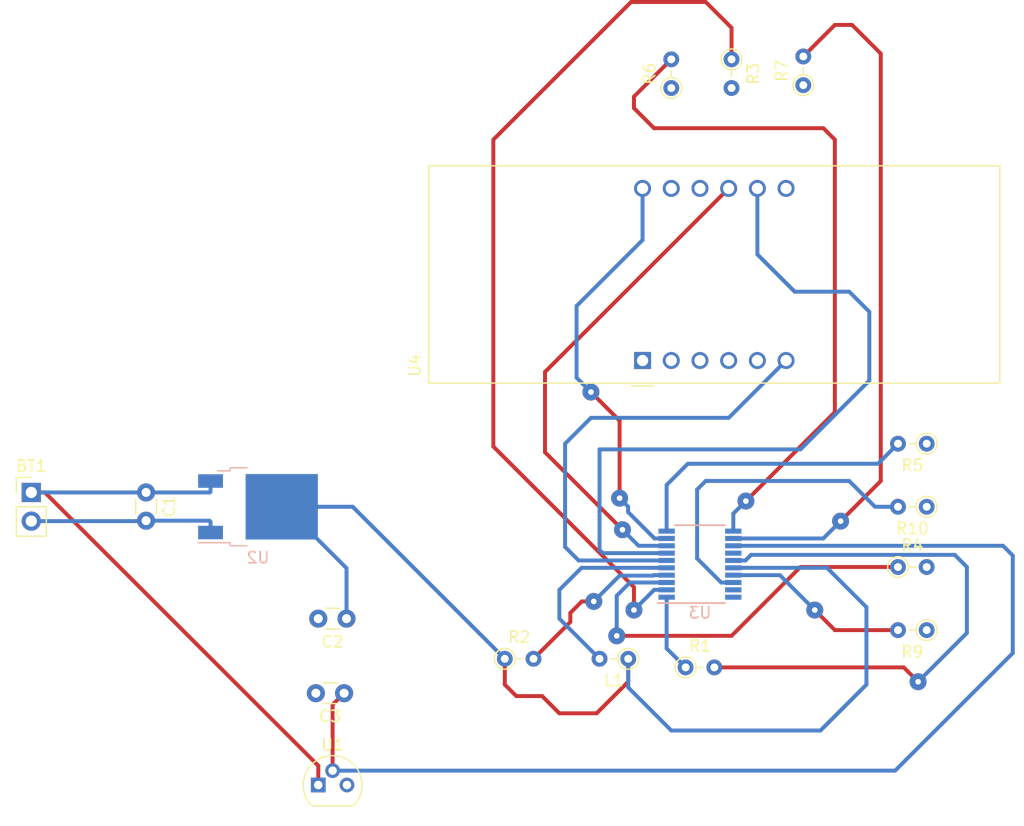
<source format=kicad_pcb>
(kicad_pcb (version 20171130) (host pcbnew 5.1.2-1.fc30)

  (general
    (thickness 1.6)
    (drawings 0)
    (tracks 148)
    (zones 0)
    (modules 18)
    (nets 30)
  )

  (page A4)
  (layers
    (0 F.Cu signal)
    (31 B.Cu signal)
    (32 B.Adhes user)
    (33 F.Adhes user)
    (34 B.Paste user)
    (35 F.Paste user)
    (36 B.SilkS user)
    (37 F.SilkS user)
    (38 B.Mask user)
    (39 F.Mask user)
    (40 Dwgs.User user)
    (41 Cmts.User user)
    (42 Eco1.User user)
    (43 Eco2.User user)
    (44 Edge.Cuts user)
    (45 Margin user)
    (46 B.CrtYd user)
    (47 F.CrtYd user)
    (48 B.Fab user)
    (49 F.Fab user)
  )

  (setup
    (last_trace_width 0.35)
    (user_trace_width 0.35)
    (trace_clearance 0.2)
    (zone_clearance 0.508)
    (zone_45_only no)
    (trace_min 0.2)
    (via_size 0.8)
    (via_drill 0.4)
    (via_min_size 0.4)
    (via_min_drill 0.3)
    (user_via 1.5 0.5)
    (uvia_size 0.3)
    (uvia_drill 0.1)
    (uvias_allowed no)
    (uvia_min_size 0.2)
    (uvia_min_drill 0.1)
    (edge_width 0.05)
    (segment_width 0.2)
    (pcb_text_width 0.3)
    (pcb_text_size 1.5 1.5)
    (mod_edge_width 0.12)
    (mod_text_size 1 1)
    (mod_text_width 0.15)
    (pad_size 1.524 1.524)
    (pad_drill 0.762)
    (pad_to_mask_clearance 0.051)
    (solder_mask_min_width 0.25)
    (aux_axis_origin 0 0)
    (visible_elements FFFFFF7F)
    (pcbplotparams
      (layerselection 0x010fc_ffffffff)
      (usegerberextensions false)
      (usegerberattributes false)
      (usegerberadvancedattributes false)
      (creategerberjobfile false)
      (excludeedgelayer true)
      (linewidth 0.100000)
      (plotframeref false)
      (viasonmask false)
      (mode 1)
      (useauxorigin false)
      (hpglpennumber 1)
      (hpglpenspeed 20)
      (hpglpendiameter 15.000000)
      (psnegative false)
      (psa4output false)
      (plotreference true)
      (plotvalue true)
      (plotinvisibletext false)
      (padsonsilk false)
      (subtractmaskfromsilk false)
      (outputformat 1)
      (mirror false)
      (drillshape 1)
      (scaleselection 1)
      (outputdirectory ""))
  )

  (net 0 "")
  (net 1 +9V)
  (net 2 GND)
  (net 3 "Net-(R1-Pad1)")
  (net 4 "Net-(R2-Pad2)")
  (net 5 SF)
  (net 6 SE)
  (net 7 D4)
  (net 8 D3)
  (net 9 D2)
  (net 10 D1)
  (net 11 SG)
  (net 12 SA)
  (net 13 SB)
  (net 14 "Net-(U3-Pad14)")
  (net 15 SD)
  (net 16 SC)
  (net 17 "Net-(U3-Pad19)")
  (net 18 "Net-(U3-Pad20)")
  (net 19 "Net-(U4-Pad3)")
  (net 20 "Net-(C2-Pad1)")
  (net 21 "Net-(C3-Pad1)")
  (net 22 "Net-(L1-Pad2)")
  (net 23 "Net-(R3-Pad1)")
  (net 24 "Net-(R4-Pad1)")
  (net 25 "Net-(R5-Pad2)")
  (net 26 "Net-(R6-Pad2)")
  (net 27 "Net-(R7-Pad2)")
  (net 28 "Net-(R9-Pad2)")
  (net 29 "Net-(R10-Pad2)")

  (net_class Default "To jest domyślna klasa połączeń."
    (clearance 0.2)
    (trace_width 0.25)
    (via_dia 0.8)
    (via_drill 0.4)
    (uvia_dia 0.3)
    (uvia_drill 0.1)
    (add_net +9V)
    (add_net D1)
    (add_net D2)
    (add_net D3)
    (add_net D4)
    (add_net GND)
    (add_net "Net-(C2-Pad1)")
    (add_net "Net-(C3-Pad1)")
    (add_net "Net-(L1-Pad2)")
    (add_net "Net-(R1-Pad1)")
    (add_net "Net-(R10-Pad2)")
    (add_net "Net-(R2-Pad2)")
    (add_net "Net-(R3-Pad1)")
    (add_net "Net-(R4-Pad1)")
    (add_net "Net-(R5-Pad2)")
    (add_net "Net-(R6-Pad2)")
    (add_net "Net-(R7-Pad2)")
    (add_net "Net-(R9-Pad2)")
    (add_net "Net-(U3-Pad14)")
    (add_net "Net-(U3-Pad19)")
    (add_net "Net-(U3-Pad20)")
    (add_net "Net-(U4-Pad3)")
    (add_net SA)
    (add_net SB)
    (add_net SC)
    (add_net SD)
    (add_net SE)
    (add_net SF)
    (add_net SG)
  )

  (module Display_7Segment:CA56-12CGKWA (layer F.Cu) (tedit 5A02FE84) (tstamp 5D45FE17)
    (at 183.134 93.98 90)
    (descr "4 digit 7 segment green LED, http://www.kingbright.com/attachments/file/psearch/000/00/00/CA56-12CGKWA(Ver.9A).pdf")
    (tags "4 digit 7 segment green LED")
    (path /5D33B78F)
    (fp_text reference U4 (at -0.44 -20.15 90) (layer F.SilkS)
      (effects (font (size 1 1) (thickness 0.15)))
    )
    (fp_text value CA56-12CGKWA (at 3.5 32.92 90) (layer F.Fab)
      (effects (font (size 1 1) (thickness 0.15)))
    )
    (fp_line (start -2 -18.92) (end 17.24 -18.92) (layer F.SilkS) (width 0.12))
    (fp_line (start -2 -18.92) (end -2 31.62) (layer F.SilkS) (width 0.12))
    (fp_line (start -2 31.62) (end 17.24 31.62) (layer F.SilkS) (width 0.12))
    (fp_line (start 17.24 31.62) (end 17.24 -18.92) (layer F.SilkS) (width 0.12))
    (fp_line (start -1.88 1) (end -0.88 0) (layer F.Fab) (width 0.1))
    (fp_line (start -0.88 0) (end -1.88 -1) (layer F.Fab) (width 0.1))
    (fp_line (start -1.88 -1) (end -1.88 -18.8) (layer F.Fab) (width 0.1))
    (fp_line (start -2.13 -19.05) (end 17.37 -19.05) (layer F.CrtYd) (width 0.05))
    (fp_line (start 17.37 -19.05) (end 17.37 31.75) (layer F.CrtYd) (width 0.05))
    (fp_line (start 17.37 31.75) (end -2.13 31.75) (layer F.CrtYd) (width 0.05))
    (fp_line (start -2.13 31.75) (end -2.13 -19.05) (layer F.CrtYd) (width 0.05))
    (fp_line (start -2.25 -1) (end -2.25 1) (layer F.SilkS) (width 0.12))
    (fp_line (start -1.88 -18.8) (end 17.12 -18.8) (layer F.Fab) (width 0.1))
    (fp_line (start 17.12 -18.8) (end 17.12 31.5) (layer F.Fab) (width 0.1))
    (fp_line (start -1.88 31.5) (end 17.12 31.5) (layer F.Fab) (width 0.1))
    (fp_line (start -1.88 1) (end -1.88 31.5) (layer F.Fab) (width 0.1))
    (fp_text user %R (at 8.128 6.604 90) (layer F.Fab)
      (effects (font (size 1 1) (thickness 0.15)))
    )
    (pad 1 thru_hole rect (at 0 0 90) (size 1.5 1.5) (drill 1) (layers *.Cu *.Mask)
      (net 6 SE))
    (pad 2 thru_hole circle (at 0 2.54 90) (size 1.5 1.5) (drill 1) (layers *.Cu *.Mask)
      (net 15 SD))
    (pad 3 thru_hole circle (at 0 5.08 90) (size 1.5 1.5) (drill 1) (layers *.Cu *.Mask)
      (net 19 "Net-(U4-Pad3)"))
    (pad 4 thru_hole circle (at 0 7.62 90) (size 1.5 1.5) (drill 1) (layers *.Cu *.Mask)
      (net 16 SC))
    (pad 5 thru_hole circle (at 0 10.16 90) (size 1.5 1.5) (drill 1) (layers *.Cu *.Mask)
      (net 11 SG))
    (pad 6 thru_hole circle (at 0 12.7 90) (size 1.5 1.5) (drill 1) (layers *.Cu *.Mask)
      (net 7 D4))
    (pad 7 thru_hole circle (at 15.24 12.7 90) (size 1.5 1.5) (drill 1) (layers *.Cu *.Mask)
      (net 13 SB))
    (pad 8 thru_hole circle (at 15.24 10.16 90) (size 1.5 1.5) (drill 1) (layers *.Cu *.Mask)
      (net 8 D3))
    (pad 9 thru_hole circle (at 15.24 7.62 90) (size 1.5 1.5) (drill 1) (layers *.Cu *.Mask)
      (net 9 D2))
    (pad 10 thru_hole circle (at 15.24 5.08 90) (size 1.5 1.5) (drill 1) (layers *.Cu *.Mask)
      (net 5 SF))
    (pad 11 thru_hole circle (at 15.24 2.54 90) (size 1.5 1.5) (drill 1) (layers *.Cu *.Mask)
      (net 12 SA))
    (pad 12 thru_hole circle (at 15.24 0 90) (size 1.5 1.5) (drill 1) (layers *.Cu *.Mask)
      (net 10 D1))
    (model ${KISYS3DMOD}/Display_7Segment.3dshapes/CA56-12CGKWA.wrl
      (at (xyz 0 0 0))
      (scale (xyz 1 1 1))
      (rotate (xyz 0 0 0))
    )
  )

  (module Package_TO_SOT_THT:TO-92 (layer F.Cu) (tedit 5A279852) (tstamp 5D45FDAE)
    (at 154.432 131.572)
    (descr "TO-92 leads molded, narrow, drill 0.75mm (see NXP sot054_po.pdf)")
    (tags "to-92 sc-43 sc-43a sot54 PA33 transistor")
    (path /5D4616F8)
    (fp_text reference U1 (at 1.27 -3.56) (layer F.SilkS)
      (effects (font (size 1 1) (thickness 0.15)))
    )
    (fp_text value LM35-LP (at 1.27 2.79) (layer F.Fab)
      (effects (font (size 1 1) (thickness 0.15)))
    )
    (fp_text user %R (at 1.27 -3.56) (layer F.Fab)
      (effects (font (size 1 1) (thickness 0.15)))
    )
    (fp_line (start -0.53 1.85) (end 3.07 1.85) (layer F.SilkS) (width 0.12))
    (fp_line (start -0.5 1.75) (end 3 1.75) (layer F.Fab) (width 0.1))
    (fp_line (start -1.46 -2.73) (end 4 -2.73) (layer F.CrtYd) (width 0.05))
    (fp_line (start -1.46 -2.73) (end -1.46 2.01) (layer F.CrtYd) (width 0.05))
    (fp_line (start 4 2.01) (end 4 -2.73) (layer F.CrtYd) (width 0.05))
    (fp_line (start 4 2.01) (end -1.46 2.01) (layer F.CrtYd) (width 0.05))
    (fp_arc (start 1.27 0) (end 1.27 -2.48) (angle 135) (layer F.Fab) (width 0.1))
    (fp_arc (start 1.27 0) (end 1.27 -2.6) (angle -135) (layer F.SilkS) (width 0.12))
    (fp_arc (start 1.27 0) (end 1.27 -2.48) (angle -135) (layer F.Fab) (width 0.1))
    (fp_arc (start 1.27 0) (end 1.27 -2.6) (angle 135) (layer F.SilkS) (width 0.12))
    (pad 2 thru_hole circle (at 1.27 -1.27 90) (size 1.3 1.3) (drill 0.75) (layers *.Cu *.Mask)
      (net 21 "Net-(C3-Pad1)"))
    (pad 3 thru_hole circle (at 2.54 0 90) (size 1.3 1.3) (drill 0.75) (layers *.Cu *.Mask)
      (net 2 GND))
    (pad 1 thru_hole rect (at 0 0 90) (size 1.3 1.3) (drill 0.75) (layers *.Cu *.Mask)
      (net 1 +9V))
    (model ${KISYS3DMOD}/Package_TO_SOT_THT.3dshapes/TO-92.wrl
      (at (xyz 0 0 0))
      (scale (xyz 1 1 1))
      (rotate (xyz 0 0 0))
    )
  )

  (module Package_TO_SOT_SMD:TO-252-2 (layer B.Cu) (tedit 5A70A390) (tstamp 5D45FDD2)
    (at 149.098 106.934)
    (descr "TO-252 / DPAK SMD package, http://www.infineon.com/cms/en/product/packages/PG-TO252/PG-TO252-3-1/")
    (tags "DPAK TO-252 DPAK-3 TO-252-3 SOT-428")
    (path /5D3528B6)
    (attr smd)
    (fp_text reference U2 (at 0 4.5) (layer B.SilkS)
      (effects (font (size 1 1) (thickness 0.15)) (justify mirror))
    )
    (fp_text value LM1117-3.3 (at 0 -4.5) (layer B.Fab)
      (effects (font (size 1 1) (thickness 0.15)) (justify mirror))
    )
    (fp_line (start 3.95 2.7) (end 4.95 2.7) (layer B.Fab) (width 0.1))
    (fp_line (start 4.95 2.7) (end 4.95 -2.7) (layer B.Fab) (width 0.1))
    (fp_line (start 4.95 -2.7) (end 3.95 -2.7) (layer B.Fab) (width 0.1))
    (fp_line (start 3.95 3.25) (end 3.95 -3.25) (layer B.Fab) (width 0.1))
    (fp_line (start 3.95 -3.25) (end -2.27 -3.25) (layer B.Fab) (width 0.1))
    (fp_line (start -2.27 -3.25) (end -2.27 2.25) (layer B.Fab) (width 0.1))
    (fp_line (start -2.27 2.25) (end -1.27 3.25) (layer B.Fab) (width 0.1))
    (fp_line (start -1.27 3.25) (end 3.95 3.25) (layer B.Fab) (width 0.1))
    (fp_line (start -1.865 2.655) (end -4.97 2.655) (layer B.Fab) (width 0.1))
    (fp_line (start -4.97 2.655) (end -4.97 1.905) (layer B.Fab) (width 0.1))
    (fp_line (start -4.97 1.905) (end -2.27 1.905) (layer B.Fab) (width 0.1))
    (fp_line (start -2.27 -1.905) (end -4.97 -1.905) (layer B.Fab) (width 0.1))
    (fp_line (start -4.97 -1.905) (end -4.97 -2.655) (layer B.Fab) (width 0.1))
    (fp_line (start -4.97 -2.655) (end -2.27 -2.655) (layer B.Fab) (width 0.1))
    (fp_line (start -0.97 3.45) (end -2.47 3.45) (layer B.SilkS) (width 0.12))
    (fp_line (start -2.47 3.45) (end -2.47 3.18) (layer B.SilkS) (width 0.12))
    (fp_line (start -2.47 3.18) (end -5.3 3.18) (layer B.SilkS) (width 0.12))
    (fp_line (start -0.97 -3.45) (end -2.47 -3.45) (layer B.SilkS) (width 0.12))
    (fp_line (start -2.47 -3.45) (end -2.47 -3.18) (layer B.SilkS) (width 0.12))
    (fp_line (start -2.47 -3.18) (end -3.57 -3.18) (layer B.SilkS) (width 0.12))
    (fp_line (start -5.55 3.5) (end -5.55 -3.5) (layer B.CrtYd) (width 0.05))
    (fp_line (start -5.55 -3.5) (end 5.55 -3.5) (layer B.CrtYd) (width 0.05))
    (fp_line (start 5.55 -3.5) (end 5.55 3.5) (layer B.CrtYd) (width 0.05))
    (fp_line (start 5.55 3.5) (end -5.55 3.5) (layer B.CrtYd) (width 0.05))
    (fp_text user %R (at 0 0) (layer B.Fab)
      (effects (font (size 1 1) (thickness 0.15)) (justify mirror))
    )
    (pad 1 smd rect (at -4.2 2.28) (size 2.2 1.2) (layers B.Cu B.Paste B.Mask)
      (net 2 GND))
    (pad 3 smd rect (at -4.2 -2.28) (size 2.2 1.2) (layers B.Cu B.Paste B.Mask)
      (net 1 +9V))
    (pad 2 smd rect (at 2.1 0) (size 6.4 5.8) (layers B.Cu B.Mask)
      (net 20 "Net-(C2-Pad1)"))
    (pad "" smd rect (at 3.775 -1.525) (size 3.05 2.75) (layers B.Paste))
    (pad "" smd rect (at 0.425 1.525) (size 3.05 2.75) (layers B.Paste))
    (pad "" smd rect (at 3.775 1.525) (size 3.05 2.75) (layers B.Paste))
    (pad "" smd rect (at 0.425 -1.525) (size 3.05 2.75) (layers B.Paste))
    (model ${KISYS3DMOD}/Package_TO_SOT_SMD.3dshapes/TO-252-2.wrl
      (at (xyz 0 0 0))
      (scale (xyz 1 1 1))
      (rotate (xyz 0 0 0))
    )
  )

  (module Package_SO:TSSOP-20_4.4x6.5mm_P0.65mm (layer B.Cu) (tedit 5A02F25C) (tstamp 5D45FDF6)
    (at 188.214 112.014)
    (descr "20-Lead Plastic Thin Shrink Small Outline (ST)-4.4 mm Body [TSSOP] (see Microchip Packaging Specification 00000049BS.pdf)")
    (tags "SSOP 0.65")
    (path /5D33AA8B)
    (attr smd)
    (fp_text reference U3 (at 0 4.3) (layer B.SilkS)
      (effects (font (size 1 1) (thickness 0.15)) (justify mirror))
    )
    (fp_text value STM32F030F4Px (at 0 -4.3) (layer B.Fab)
      (effects (font (size 1 1) (thickness 0.15)) (justify mirror))
    )
    (fp_line (start -1.2 3.25) (end 2.2 3.25) (layer B.Fab) (width 0.15))
    (fp_line (start 2.2 3.25) (end 2.2 -3.25) (layer B.Fab) (width 0.15))
    (fp_line (start 2.2 -3.25) (end -2.2 -3.25) (layer B.Fab) (width 0.15))
    (fp_line (start -2.2 -3.25) (end -2.2 2.25) (layer B.Fab) (width 0.15))
    (fp_line (start -2.2 2.25) (end -1.2 3.25) (layer B.Fab) (width 0.15))
    (fp_line (start -3.95 3.55) (end -3.95 -3.55) (layer B.CrtYd) (width 0.05))
    (fp_line (start 3.95 3.55) (end 3.95 -3.55) (layer B.CrtYd) (width 0.05))
    (fp_line (start -3.95 3.55) (end 3.95 3.55) (layer B.CrtYd) (width 0.05))
    (fp_line (start -3.95 -3.55) (end 3.95 -3.55) (layer B.CrtYd) (width 0.05))
    (fp_line (start -2.225 -3.45) (end 2.225 -3.45) (layer B.SilkS) (width 0.15))
    (fp_line (start -3.75 3.45) (end 2.225 3.45) (layer B.SilkS) (width 0.15))
    (fp_text user %R (at 0 0) (layer B.Fab)
      (effects (font (size 0.8 0.8) (thickness 0.15)) (justify mirror))
    )
    (pad 1 smd rect (at -2.95 2.925) (size 1.45 0.45) (layers B.Cu B.Paste B.Mask)
      (net 3 "Net-(R1-Pad1)"))
    (pad 2 smd rect (at -2.95 2.275) (size 1.45 0.45) (layers B.Cu B.Paste B.Mask)
      (net 23 "Net-(R3-Pad1)"))
    (pad 3 smd rect (at -2.95 1.625) (size 1.45 0.45) (layers B.Cu B.Paste B.Mask)
      (net 24 "Net-(R4-Pad1)"))
    (pad 4 smd rect (at -2.95 0.975) (size 1.45 0.45) (layers B.Cu B.Paste B.Mask)
      (net 4 "Net-(R2-Pad2)"))
    (pad 5 smd rect (at -2.95 0.325) (size 1.45 0.45) (layers B.Cu B.Paste B.Mask)
      (net 22 "Net-(L1-Pad2)"))
    (pad 6 smd rect (at -2.95 -0.325) (size 1.45 0.45) (layers B.Cu B.Paste B.Mask)
      (net 7 D4))
    (pad 7 smd rect (at -2.95 -0.975) (size 1.45 0.45) (layers B.Cu B.Paste B.Mask)
      (net 8 D3))
    (pad 8 smd rect (at -2.95 -1.625) (size 1.45 0.45) (layers B.Cu B.Paste B.Mask)
      (net 9 D2))
    (pad 9 smd rect (at -2.95 -2.275) (size 1.45 0.45) (layers B.Cu B.Paste B.Mask)
      (net 10 D1))
    (pad 10 smd rect (at -2.95 -2.925) (size 1.45 0.45) (layers B.Cu B.Paste B.Mask)
      (net 25 "Net-(R5-Pad2)"))
    (pad 11 smd rect (at 2.95 -2.925) (size 1.45 0.45) (layers B.Cu B.Paste B.Mask)
      (net 26 "Net-(R6-Pad2)"))
    (pad 12 smd rect (at 2.95 -2.275) (size 1.45 0.45) (layers B.Cu B.Paste B.Mask)
      (net 27 "Net-(R7-Pad2)"))
    (pad 13 smd rect (at 2.95 -1.625) (size 1.45 0.45) (layers B.Cu B.Paste B.Mask)
      (net 21 "Net-(C3-Pad1)"))
    (pad 14 smd rect (at 2.95 -0.975) (size 1.45 0.45) (layers B.Cu B.Paste B.Mask)
      (net 14 "Net-(U3-Pad14)"))
    (pad 15 smd rect (at 2.95 -0.325) (size 1.45 0.45) (layers B.Cu B.Paste B.Mask)
      (net 2 GND))
    (pad 16 smd rect (at 2.95 0.325) (size 1.45 0.45) (layers B.Cu B.Paste B.Mask)
      (net 20 "Net-(C2-Pad1)"))
    (pad 17 smd rect (at 2.95 0.975) (size 1.45 0.45) (layers B.Cu B.Paste B.Mask)
      (net 28 "Net-(R9-Pad2)"))
    (pad 18 smd rect (at 2.95 1.625) (size 1.45 0.45) (layers B.Cu B.Paste B.Mask)
      (net 29 "Net-(R10-Pad2)"))
    (pad 19 smd rect (at 2.95 2.275) (size 1.45 0.45) (layers B.Cu B.Paste B.Mask)
      (net 17 "Net-(U3-Pad19)"))
    (pad 20 smd rect (at 2.95 2.925) (size 1.45 0.45) (layers B.Cu B.Paste B.Mask)
      (net 18 "Net-(U3-Pad20)"))
    (model ${KISYS3DMOD}/Package_SO.3dshapes/TSSOP-20_4.4x6.5mm_P0.65mm.wrl
      (at (xyz 0 0 0))
      (scale (xyz 1 1 1))
      (rotate (xyz 0 0 0))
    )
  )

  (module Connector_PinHeader_2.54mm:PinHeader_1x02_P2.54mm_Vertical (layer F.Cu) (tedit 59FED5CC) (tstamp 5D4607CF)
    (at 129.032 105.664)
    (descr "Through hole straight pin header, 1x02, 2.54mm pitch, single row")
    (tags "Through hole pin header THT 1x02 2.54mm single row")
    (path /5D351A65)
    (fp_text reference BT1 (at 0 -2.33) (layer F.SilkS)
      (effects (font (size 1 1) (thickness 0.15)))
    )
    (fp_text value Battery (at 0 4.87) (layer F.Fab)
      (effects (font (size 1 1) (thickness 0.15)))
    )
    (fp_line (start -0.635 -1.27) (end 1.27 -1.27) (layer F.Fab) (width 0.1))
    (fp_line (start 1.27 -1.27) (end 1.27 3.81) (layer F.Fab) (width 0.1))
    (fp_line (start 1.27 3.81) (end -1.27 3.81) (layer F.Fab) (width 0.1))
    (fp_line (start -1.27 3.81) (end -1.27 -0.635) (layer F.Fab) (width 0.1))
    (fp_line (start -1.27 -0.635) (end -0.635 -1.27) (layer F.Fab) (width 0.1))
    (fp_line (start -1.33 3.87) (end 1.33 3.87) (layer F.SilkS) (width 0.12))
    (fp_line (start -1.33 1.27) (end -1.33 3.87) (layer F.SilkS) (width 0.12))
    (fp_line (start 1.33 1.27) (end 1.33 3.87) (layer F.SilkS) (width 0.12))
    (fp_line (start -1.33 1.27) (end 1.33 1.27) (layer F.SilkS) (width 0.12))
    (fp_line (start -1.33 0) (end -1.33 -1.33) (layer F.SilkS) (width 0.12))
    (fp_line (start -1.33 -1.33) (end 0 -1.33) (layer F.SilkS) (width 0.12))
    (fp_line (start -1.8 -1.8) (end -1.8 4.35) (layer F.CrtYd) (width 0.05))
    (fp_line (start -1.8 4.35) (end 1.8 4.35) (layer F.CrtYd) (width 0.05))
    (fp_line (start 1.8 4.35) (end 1.8 -1.8) (layer F.CrtYd) (width 0.05))
    (fp_line (start 1.8 -1.8) (end -1.8 -1.8) (layer F.CrtYd) (width 0.05))
    (fp_text user %R (at 0 1.27 90) (layer F.Fab)
      (effects (font (size 1 1) (thickness 0.15)))
    )
    (pad 1 thru_hole rect (at 0 0) (size 1.7 1.7) (drill 1) (layers *.Cu *.Mask)
      (net 1 +9V))
    (pad 2 thru_hole oval (at 0 2.54) (size 1.7 1.7) (drill 1) (layers *.Cu *.Mask)
      (net 2 GND))
    (model ${KISYS3DMOD}/Connector_PinHeader_2.54mm.3dshapes/PinHeader_1x02_P2.54mm_Vertical.wrl
      (at (xyz 0 0 0))
      (scale (xyz 1 1 1))
      (rotate (xyz 0 0 0))
    )
  )

  (module Capacitor_THT:C_Disc_D3.0mm_W1.6mm_P2.50mm (layer F.Cu) (tedit 5AE50EF0) (tstamp 5D460741)
    (at 139.192 105.664 270)
    (descr "C, Disc series, Radial, pin pitch=2.50mm, , diameter*width=3.0*1.6mm^2, Capacitor, http://www.vishay.com/docs/45233/krseries.pdf")
    (tags "C Disc series Radial pin pitch 2.50mm  diameter 3.0mm width 1.6mm Capacitor")
    (path /5D353BC5)
    (fp_text reference C1 (at 1.25 -2.05 90) (layer F.SilkS)
      (effects (font (size 1 1) (thickness 0.15)))
    )
    (fp_text value 100n (at 1.25 2.05 90) (layer F.Fab)
      (effects (font (size 1 1) (thickness 0.15)))
    )
    (fp_line (start -0.25 -0.8) (end -0.25 0.8) (layer F.Fab) (width 0.1))
    (fp_line (start -0.25 0.8) (end 2.75 0.8) (layer F.Fab) (width 0.1))
    (fp_line (start 2.75 0.8) (end 2.75 -0.8) (layer F.Fab) (width 0.1))
    (fp_line (start 2.75 -0.8) (end -0.25 -0.8) (layer F.Fab) (width 0.1))
    (fp_line (start 0.621 -0.92) (end 1.879 -0.92) (layer F.SilkS) (width 0.12))
    (fp_line (start 0.621 0.92) (end 1.879 0.92) (layer F.SilkS) (width 0.12))
    (fp_line (start -1.05 -1.05) (end -1.05 1.05) (layer F.CrtYd) (width 0.05))
    (fp_line (start -1.05 1.05) (end 3.55 1.05) (layer F.CrtYd) (width 0.05))
    (fp_line (start 3.55 1.05) (end 3.55 -1.05) (layer F.CrtYd) (width 0.05))
    (fp_line (start 3.55 -1.05) (end -1.05 -1.05) (layer F.CrtYd) (width 0.05))
    (fp_text user %R (at 1.25 0 90) (layer F.Fab)
      (effects (font (size 0.6 0.6) (thickness 0.09)))
    )
    (pad 1 thru_hole circle (at 0 0 270) (size 1.6 1.6) (drill 0.8) (layers *.Cu *.Mask)
      (net 1 +9V))
    (pad 2 thru_hole circle (at 2.5 0 270) (size 1.6 1.6) (drill 0.8) (layers *.Cu *.Mask)
      (net 2 GND))
    (model ${KISYS3DMOD}/Capacitor_THT.3dshapes/C_Disc_D3.0mm_W1.6mm_P2.50mm.wrl
      (at (xyz 0 0 0))
      (scale (xyz 1 1 1))
      (rotate (xyz 0 0 0))
    )
  )

  (module Capacitor_THT:C_Disc_D3.0mm_W1.6mm_P2.50mm (layer F.Cu) (tedit 5AE50EF0) (tstamp 5D460882)
    (at 156.932 116.84 180)
    (descr "C, Disc series, Radial, pin pitch=2.50mm, , diameter*width=3.0*1.6mm^2, Capacitor, http://www.vishay.com/docs/45233/krseries.pdf")
    (tags "C Disc series Radial pin pitch 2.50mm  diameter 3.0mm width 1.6mm Capacitor")
    (path /5D3541D8)
    (fp_text reference C2 (at 1.25 -2.05) (layer F.SilkS)
      (effects (font (size 1 1) (thickness 0.15)))
    )
    (fp_text value 100n (at 1.25 2.05) (layer F.Fab)
      (effects (font (size 1 1) (thickness 0.15)))
    )
    (fp_text user %R (at 1.25 0) (layer F.Fab)
      (effects (font (size 0.6 0.6) (thickness 0.09)))
    )
    (fp_line (start 3.55 -1.05) (end -1.05 -1.05) (layer F.CrtYd) (width 0.05))
    (fp_line (start 3.55 1.05) (end 3.55 -1.05) (layer F.CrtYd) (width 0.05))
    (fp_line (start -1.05 1.05) (end 3.55 1.05) (layer F.CrtYd) (width 0.05))
    (fp_line (start -1.05 -1.05) (end -1.05 1.05) (layer F.CrtYd) (width 0.05))
    (fp_line (start 0.621 0.92) (end 1.879 0.92) (layer F.SilkS) (width 0.12))
    (fp_line (start 0.621 -0.92) (end 1.879 -0.92) (layer F.SilkS) (width 0.12))
    (fp_line (start 2.75 -0.8) (end -0.25 -0.8) (layer F.Fab) (width 0.1))
    (fp_line (start 2.75 0.8) (end 2.75 -0.8) (layer F.Fab) (width 0.1))
    (fp_line (start -0.25 0.8) (end 2.75 0.8) (layer F.Fab) (width 0.1))
    (fp_line (start -0.25 -0.8) (end -0.25 0.8) (layer F.Fab) (width 0.1))
    (pad 2 thru_hole circle (at 2.5 0 180) (size 1.6 1.6) (drill 0.8) (layers *.Cu *.Mask)
      (net 2 GND))
    (pad 1 thru_hole circle (at 0 0 180) (size 1.6 1.6) (drill 0.8) (layers *.Cu *.Mask)
      (net 20 "Net-(C2-Pad1)"))
    (model ${KISYS3DMOD}/Capacitor_THT.3dshapes/C_Disc_D3.0mm_W1.6mm_P2.50mm.wrl
      (at (xyz 0 0 0))
      (scale (xyz 1 1 1))
      (rotate (xyz 0 0 0))
    )
  )

  (module Capacitor_THT:C_Disc_D3.0mm_W1.6mm_P2.50mm (layer F.Cu) (tedit 5AE50EF0) (tstamp 5D460491)
    (at 156.718 123.444 180)
    (descr "C, Disc series, Radial, pin pitch=2.50mm, , diameter*width=3.0*1.6mm^2, Capacitor, http://www.vishay.com/docs/45233/krseries.pdf")
    (tags "C Disc series Radial pin pitch 2.50mm  diameter 3.0mm width 1.6mm Capacitor")
    (path /5D46BEF6)
    (fp_text reference C3 (at 1.25 -2.05) (layer F.SilkS)
      (effects (font (size 1 1) (thickness 0.15)))
    )
    (fp_text value 100n (at 1.25 2.05) (layer F.Fab)
      (effects (font (size 1 1) (thickness 0.15)))
    )
    (fp_line (start -0.25 -0.8) (end -0.25 0.8) (layer F.Fab) (width 0.1))
    (fp_line (start -0.25 0.8) (end 2.75 0.8) (layer F.Fab) (width 0.1))
    (fp_line (start 2.75 0.8) (end 2.75 -0.8) (layer F.Fab) (width 0.1))
    (fp_line (start 2.75 -0.8) (end -0.25 -0.8) (layer F.Fab) (width 0.1))
    (fp_line (start 0.621 -0.92) (end 1.879 -0.92) (layer F.SilkS) (width 0.12))
    (fp_line (start 0.621 0.92) (end 1.879 0.92) (layer F.SilkS) (width 0.12))
    (fp_line (start -1.05 -1.05) (end -1.05 1.05) (layer F.CrtYd) (width 0.05))
    (fp_line (start -1.05 1.05) (end 3.55 1.05) (layer F.CrtYd) (width 0.05))
    (fp_line (start 3.55 1.05) (end 3.55 -1.05) (layer F.CrtYd) (width 0.05))
    (fp_line (start 3.55 -1.05) (end -1.05 -1.05) (layer F.CrtYd) (width 0.05))
    (fp_text user %R (at 1.25 0) (layer F.Fab)
      (effects (font (size 0.6 0.6) (thickness 0.09)))
    )
    (pad 1 thru_hole circle (at 0 0 180) (size 1.6 1.6) (drill 0.8) (layers *.Cu *.Mask)
      (net 21 "Net-(C3-Pad1)"))
    (pad 2 thru_hole circle (at 2.5 0 180) (size 1.6 1.6) (drill 0.8) (layers *.Cu *.Mask)
      (net 2 GND))
    (model ${KISYS3DMOD}/Capacitor_THT.3dshapes/C_Disc_D3.0mm_W1.6mm_P2.50mm.wrl
      (at (xyz 0 0 0))
      (scale (xyz 1 1 1))
      (rotate (xyz 0 0 0))
    )
  )

  (module Resistor_THT:R_Axial_DIN0204_L3.6mm_D1.6mm_P2.54mm_Vertical (layer F.Cu) (tedit 5AE5139B) (tstamp 5D4604A1)
    (at 181.864 120.396 180)
    (descr "Resistor, Axial_DIN0204 series, Axial, Vertical, pin pitch=2.54mm, 0.167W, length*diameter=3.6*1.6mm^2, http://cdn-reichelt.de/documents/datenblatt/B400/1_4W%23YAG.pdf")
    (tags "Resistor Axial_DIN0204 series Axial Vertical pin pitch 2.54mm 0.167W length 3.6mm diameter 1.6mm")
    (path /5D3F8A5D)
    (fp_text reference L1 (at 1.27 -1.92) (layer F.SilkS)
      (effects (font (size 1 1) (thickness 0.15)))
    )
    (fp_text value 10uH (at 1.27 1.92) (layer F.Fab)
      (effects (font (size 1 1) (thickness 0.15)))
    )
    (fp_text user %R (at 1.27 -1.92) (layer F.Fab)
      (effects (font (size 1 1) (thickness 0.15)))
    )
    (fp_line (start 3.49 -1.05) (end -1.05 -1.05) (layer F.CrtYd) (width 0.05))
    (fp_line (start 3.49 1.05) (end 3.49 -1.05) (layer F.CrtYd) (width 0.05))
    (fp_line (start -1.05 1.05) (end 3.49 1.05) (layer F.CrtYd) (width 0.05))
    (fp_line (start -1.05 -1.05) (end -1.05 1.05) (layer F.CrtYd) (width 0.05))
    (fp_line (start 0.92 0) (end 1.54 0) (layer F.SilkS) (width 0.12))
    (fp_line (start 0 0) (end 2.54 0) (layer F.Fab) (width 0.1))
    (fp_circle (center 0 0) (end 0.92 0) (layer F.SilkS) (width 0.12))
    (fp_circle (center 0 0) (end 0.8 0) (layer F.Fab) (width 0.1))
    (pad 2 thru_hole oval (at 2.54 0 180) (size 1.4 1.4) (drill 0.7) (layers *.Cu *.Mask)
      (net 22 "Net-(L1-Pad2)"))
    (pad 1 thru_hole circle (at 0 0 180) (size 1.4 1.4) (drill 0.7) (layers *.Cu *.Mask)
      (net 20 "Net-(C2-Pad1)"))
    (model ${KISYS3DMOD}/Resistor_THT.3dshapes/R_Axial_DIN0204_L3.6mm_D1.6mm_P2.54mm_Vertical.wrl
      (at (xyz 0 0 0))
      (scale (xyz 1 1 1))
      (rotate (xyz 0 0 0))
    )
  )

  (module Resistor_THT:R_Axial_DIN0204_L3.6mm_D1.6mm_P2.54mm_Vertical (layer F.Cu) (tedit 5AE5139B) (tstamp 5D4604AF)
    (at 186.944 121.158)
    (descr "Resistor, Axial_DIN0204 series, Axial, Vertical, pin pitch=2.54mm, 0.167W, length*diameter=3.6*1.6mm^2, http://cdn-reichelt.de/documents/datenblatt/B400/1_4W%23YAG.pdf")
    (tags "Resistor Axial_DIN0204 series Axial Vertical pin pitch 2.54mm 0.167W length 3.6mm diameter 1.6mm")
    (path /5D343071)
    (fp_text reference R1 (at 1.27 -1.92) (layer F.SilkS)
      (effects (font (size 1 1) (thickness 0.15)))
    )
    (fp_text value 10k (at 1.27 1.92) (layer F.Fab)
      (effects (font (size 1 1) (thickness 0.15)))
    )
    (fp_circle (center 0 0) (end 0.8 0) (layer F.Fab) (width 0.1))
    (fp_circle (center 0 0) (end 0.92 0) (layer F.SilkS) (width 0.12))
    (fp_line (start 0 0) (end 2.54 0) (layer F.Fab) (width 0.1))
    (fp_line (start 0.92 0) (end 1.54 0) (layer F.SilkS) (width 0.12))
    (fp_line (start -1.05 -1.05) (end -1.05 1.05) (layer F.CrtYd) (width 0.05))
    (fp_line (start -1.05 1.05) (end 3.49 1.05) (layer F.CrtYd) (width 0.05))
    (fp_line (start 3.49 1.05) (end 3.49 -1.05) (layer F.CrtYd) (width 0.05))
    (fp_line (start 3.49 -1.05) (end -1.05 -1.05) (layer F.CrtYd) (width 0.05))
    (fp_text user %R (at 1.27 -1.92) (layer F.Fab)
      (effects (font (size 1 1) (thickness 0.15)))
    )
    (pad 1 thru_hole circle (at 0 0) (size 1.4 1.4) (drill 0.7) (layers *.Cu *.Mask)
      (net 3 "Net-(R1-Pad1)"))
    (pad 2 thru_hole oval (at 2.54 0) (size 1.4 1.4) (drill 0.7) (layers *.Cu *.Mask)
      (net 2 GND))
    (model ${KISYS3DMOD}/Resistor_THT.3dshapes/R_Axial_DIN0204_L3.6mm_D1.6mm_P2.54mm_Vertical.wrl
      (at (xyz 0 0 0))
      (scale (xyz 1 1 1))
      (rotate (xyz 0 0 0))
    )
  )

  (module Resistor_THT:R_Axial_DIN0204_L3.6mm_D1.6mm_P2.54mm_Vertical (layer F.Cu) (tedit 5AE5139B) (tstamp 5D4604BD)
    (at 170.942 120.396)
    (descr "Resistor, Axial_DIN0204 series, Axial, Vertical, pin pitch=2.54mm, 0.167W, length*diameter=3.6*1.6mm^2, http://cdn-reichelt.de/documents/datenblatt/B400/1_4W%23YAG.pdf")
    (tags "Resistor Axial_DIN0204 series Axial Vertical pin pitch 2.54mm 0.167W length 3.6mm diameter 1.6mm")
    (path /5D3413A8)
    (fp_text reference R2 (at 1.27 -1.92) (layer F.SilkS)
      (effects (font (size 1 1) (thickness 0.15)))
    )
    (fp_text value 10k (at 1.27 1.92) (layer F.Fab)
      (effects (font (size 1 1) (thickness 0.15)))
    )
    (fp_text user %R (at 1.27 -1.92) (layer F.Fab)
      (effects (font (size 1 1) (thickness 0.15)))
    )
    (fp_line (start 3.49 -1.05) (end -1.05 -1.05) (layer F.CrtYd) (width 0.05))
    (fp_line (start 3.49 1.05) (end 3.49 -1.05) (layer F.CrtYd) (width 0.05))
    (fp_line (start -1.05 1.05) (end 3.49 1.05) (layer F.CrtYd) (width 0.05))
    (fp_line (start -1.05 -1.05) (end -1.05 1.05) (layer F.CrtYd) (width 0.05))
    (fp_line (start 0.92 0) (end 1.54 0) (layer F.SilkS) (width 0.12))
    (fp_line (start 0 0) (end 2.54 0) (layer F.Fab) (width 0.1))
    (fp_circle (center 0 0) (end 0.92 0) (layer F.SilkS) (width 0.12))
    (fp_circle (center 0 0) (end 0.8 0) (layer F.Fab) (width 0.1))
    (pad 2 thru_hole oval (at 2.54 0) (size 1.4 1.4) (drill 0.7) (layers *.Cu *.Mask)
      (net 4 "Net-(R2-Pad2)"))
    (pad 1 thru_hole circle (at 0 0) (size 1.4 1.4) (drill 0.7) (layers *.Cu *.Mask)
      (net 20 "Net-(C2-Pad1)"))
    (model ${KISYS3DMOD}/Resistor_THT.3dshapes/R_Axial_DIN0204_L3.6mm_D1.6mm_P2.54mm_Vertical.wrl
      (at (xyz 0 0 0))
      (scale (xyz 1 1 1))
      (rotate (xyz 0 0 0))
    )
  )

  (module Resistor_THT:R_Axial_DIN0204_L3.6mm_D1.6mm_P2.54mm_Vertical (layer F.Cu) (tedit 5AE5139B) (tstamp 5D4604D9)
    (at 191.008 67.31 270)
    (descr "Resistor, Axial_DIN0204 series, Axial, Vertical, pin pitch=2.54mm, 0.167W, length*diameter=3.6*1.6mm^2, http://cdn-reichelt.de/documents/datenblatt/B400/1_4W%23YAG.pdf")
    (tags "Resistor Axial_DIN0204 series Axial Vertical pin pitch 2.54mm 0.167W length 3.6mm diameter 1.6mm")
    (path /5D47F814)
    (fp_text reference R3 (at 1.27 -1.92 90) (layer F.SilkS)
      (effects (font (size 1 1) (thickness 0.15)))
    )
    (fp_text value 470 (at 1.27 1.92 90) (layer F.Fab)
      (effects (font (size 1 1) (thickness 0.15)))
    )
    (fp_text user %R (at 1.27 -1.92 90) (layer F.Fab)
      (effects (font (size 1 1) (thickness 0.15)))
    )
    (fp_line (start 3.49 -1.05) (end -1.05 -1.05) (layer F.CrtYd) (width 0.05))
    (fp_line (start 3.49 1.05) (end 3.49 -1.05) (layer F.CrtYd) (width 0.05))
    (fp_line (start -1.05 1.05) (end 3.49 1.05) (layer F.CrtYd) (width 0.05))
    (fp_line (start -1.05 -1.05) (end -1.05 1.05) (layer F.CrtYd) (width 0.05))
    (fp_line (start 0.92 0) (end 1.54 0) (layer F.SilkS) (width 0.12))
    (fp_line (start 0 0) (end 2.54 0) (layer F.Fab) (width 0.1))
    (fp_circle (center 0 0) (end 0.92 0) (layer F.SilkS) (width 0.12))
    (fp_circle (center 0 0) (end 0.8 0) (layer F.Fab) (width 0.1))
    (pad 2 thru_hole oval (at 2.54 0 270) (size 1.4 1.4) (drill 0.7) (layers *.Cu *.Mask)
      (net 5 SF))
    (pad 1 thru_hole circle (at 0 0 270) (size 1.4 1.4) (drill 0.7) (layers *.Cu *.Mask)
      (net 23 "Net-(R3-Pad1)"))
    (model ${KISYS3DMOD}/Resistor_THT.3dshapes/R_Axial_DIN0204_L3.6mm_D1.6mm_P2.54mm_Vertical.wrl
      (at (xyz 0 0 0))
      (scale (xyz 1 1 1))
      (rotate (xyz 0 0 0))
    )
  )

  (module Resistor_THT:R_Axial_DIN0204_L3.6mm_D1.6mm_P2.54mm_Vertical (layer F.Cu) (tedit 5AE5139B) (tstamp 5D4604E8)
    (at 205.74 112.268)
    (descr "Resistor, Axial_DIN0204 series, Axial, Vertical, pin pitch=2.54mm, 0.167W, length*diameter=3.6*1.6mm^2, http://cdn-reichelt.de/documents/datenblatt/B400/1_4W%23YAG.pdf")
    (tags "Resistor Axial_DIN0204 series Axial Vertical pin pitch 2.54mm 0.167W length 3.6mm diameter 1.6mm")
    (path /5D47FC97)
    (fp_text reference R4 (at 1.27 -1.92) (layer F.SilkS)
      (effects (font (size 1 1) (thickness 0.15)))
    )
    (fp_text value 470 (at 1.27 1.92) (layer F.Fab)
      (effects (font (size 1 1) (thickness 0.15)))
    )
    (fp_circle (center 0 0) (end 0.8 0) (layer F.Fab) (width 0.1))
    (fp_circle (center 0 0) (end 0.92 0) (layer F.SilkS) (width 0.12))
    (fp_line (start 0 0) (end 2.54 0) (layer F.Fab) (width 0.1))
    (fp_line (start 0.92 0) (end 1.54 0) (layer F.SilkS) (width 0.12))
    (fp_line (start -1.05 -1.05) (end -1.05 1.05) (layer F.CrtYd) (width 0.05))
    (fp_line (start -1.05 1.05) (end 3.49 1.05) (layer F.CrtYd) (width 0.05))
    (fp_line (start 3.49 1.05) (end 3.49 -1.05) (layer F.CrtYd) (width 0.05))
    (fp_line (start 3.49 -1.05) (end -1.05 -1.05) (layer F.CrtYd) (width 0.05))
    (fp_text user %R (at 1.27 -1.92) (layer F.Fab)
      (effects (font (size 1 1) (thickness 0.15)))
    )
    (pad 1 thru_hole circle (at 0 0) (size 1.4 1.4) (drill 0.7) (layers *.Cu *.Mask)
      (net 24 "Net-(R4-Pad1)"))
    (pad 2 thru_hole oval (at 2.54 0) (size 1.4 1.4) (drill 0.7) (layers *.Cu *.Mask)
      (net 6 SE))
    (model ${KISYS3DMOD}/Resistor_THT.3dshapes/R_Axial_DIN0204_L3.6mm_D1.6mm_P2.54mm_Vertical.wrl
      (at (xyz 0 0 0))
      (scale (xyz 1 1 1))
      (rotate (xyz 0 0 0))
    )
  )

  (module Resistor_THT:R_Axial_DIN0204_L3.6mm_D1.6mm_P2.54mm_Vertical (layer F.Cu) (tedit 5AE5139B) (tstamp 5D4604F7)
    (at 208.28 101.346 180)
    (descr "Resistor, Axial_DIN0204 series, Axial, Vertical, pin pitch=2.54mm, 0.167W, length*diameter=3.6*1.6mm^2, http://cdn-reichelt.de/documents/datenblatt/B400/1_4W%23YAG.pdf")
    (tags "Resistor Axial_DIN0204 series Axial Vertical pin pitch 2.54mm 0.167W length 3.6mm diameter 1.6mm")
    (path /5D47B614)
    (fp_text reference R5 (at 1.27 -1.92) (layer F.SilkS)
      (effects (font (size 1 1) (thickness 0.15)))
    )
    (fp_text value 470 (at 1.27 1.92 180) (layer F.Fab)
      (effects (font (size 1 1) (thickness 0.15)))
    )
    (fp_circle (center 0 0) (end 0.8 0) (layer F.Fab) (width 0.1))
    (fp_circle (center 0 0) (end 0.92 0) (layer F.SilkS) (width 0.12))
    (fp_line (start 0 0) (end 2.54 0) (layer F.Fab) (width 0.1))
    (fp_line (start 0.92 0) (end 1.54 0) (layer F.SilkS) (width 0.12))
    (fp_line (start -1.05 -1.05) (end -1.05 1.05) (layer F.CrtYd) (width 0.05))
    (fp_line (start -1.05 1.05) (end 3.49 1.05) (layer F.CrtYd) (width 0.05))
    (fp_line (start 3.49 1.05) (end 3.49 -1.05) (layer F.CrtYd) (width 0.05))
    (fp_line (start 3.49 -1.05) (end -1.05 -1.05) (layer F.CrtYd) (width 0.05))
    (fp_text user %R (at 1.27 -1.92) (layer F.Fab)
      (effects (font (size 1 1) (thickness 0.15)))
    )
    (pad 1 thru_hole circle (at 0 0 180) (size 1.4 1.4) (drill 0.7) (layers *.Cu *.Mask)
      (net 11 SG))
    (pad 2 thru_hole oval (at 2.54 0 180) (size 1.4 1.4) (drill 0.7) (layers *.Cu *.Mask)
      (net 25 "Net-(R5-Pad2)"))
    (model ${KISYS3DMOD}/Resistor_THT.3dshapes/R_Axial_DIN0204_L3.6mm_D1.6mm_P2.54mm_Vertical.wrl
      (at (xyz 0 0 0))
      (scale (xyz 1 1 1))
      (rotate (xyz 0 0 0))
    )
  )

  (module Resistor_THT:R_Axial_DIN0204_L3.6mm_D1.6mm_P2.54mm_Vertical (layer F.Cu) (tedit 5AE5139B) (tstamp 5D460506)
    (at 185.674 69.85 90)
    (descr "Resistor, Axial_DIN0204 series, Axial, Vertical, pin pitch=2.54mm, 0.167W, length*diameter=3.6*1.6mm^2, http://cdn-reichelt.de/documents/datenblatt/B400/1_4W%23YAG.pdf")
    (tags "Resistor Axial_DIN0204 series Axial Vertical pin pitch 2.54mm 0.167W length 3.6mm diameter 1.6mm")
    (path /5D47BA9F)
    (fp_text reference R6 (at 1.27 -1.92 90) (layer F.SilkS)
      (effects (font (size 1 1) (thickness 0.15)))
    )
    (fp_text value 470 (at 1.27 1.92 90) (layer F.Fab)
      (effects (font (size 1 1) (thickness 0.15)))
    )
    (fp_text user %R (at 1.27 -1.92 90) (layer F.Fab)
      (effects (font (size 1 1) (thickness 0.15)))
    )
    (fp_line (start 3.49 -1.05) (end -1.05 -1.05) (layer F.CrtYd) (width 0.05))
    (fp_line (start 3.49 1.05) (end 3.49 -1.05) (layer F.CrtYd) (width 0.05))
    (fp_line (start -1.05 1.05) (end 3.49 1.05) (layer F.CrtYd) (width 0.05))
    (fp_line (start -1.05 -1.05) (end -1.05 1.05) (layer F.CrtYd) (width 0.05))
    (fp_line (start 0.92 0) (end 1.54 0) (layer F.SilkS) (width 0.12))
    (fp_line (start 0 0) (end 2.54 0) (layer F.Fab) (width 0.1))
    (fp_circle (center 0 0) (end 0.92 0) (layer F.SilkS) (width 0.12))
    (fp_circle (center 0 0) (end 0.8 0) (layer F.Fab) (width 0.1))
    (pad 2 thru_hole oval (at 2.54 0 90) (size 1.4 1.4) (drill 0.7) (layers *.Cu *.Mask)
      (net 26 "Net-(R6-Pad2)"))
    (pad 1 thru_hole circle (at 0 0 90) (size 1.4 1.4) (drill 0.7) (layers *.Cu *.Mask)
      (net 12 SA))
    (model ${KISYS3DMOD}/Resistor_THT.3dshapes/R_Axial_DIN0204_L3.6mm_D1.6mm_P2.54mm_Vertical.wrl
      (at (xyz 0 0 0))
      (scale (xyz 1 1 1))
      (rotate (xyz 0 0 0))
    )
  )

  (module Resistor_THT:R_Axial_DIN0204_L3.6mm_D1.6mm_P2.54mm_Vertical (layer F.Cu) (tedit 5AE5139B) (tstamp 5D460515)
    (at 197.358 69.596 90)
    (descr "Resistor, Axial_DIN0204 series, Axial, Vertical, pin pitch=2.54mm, 0.167W, length*diameter=3.6*1.6mm^2, http://cdn-reichelt.de/documents/datenblatt/B400/1_4W%23YAG.pdf")
    (tags "Resistor Axial_DIN0204 series Axial Vertical pin pitch 2.54mm 0.167W length 3.6mm diameter 1.6mm")
    (path /5D47BE23)
    (fp_text reference R7 (at 1.27 -1.92 90) (layer F.SilkS)
      (effects (font (size 1 1) (thickness 0.15)))
    )
    (fp_text value 470 (at 1.27 1.92 90) (layer F.Fab)
      (effects (font (size 1 1) (thickness 0.15)))
    )
    (fp_circle (center 0 0) (end 0.8 0) (layer F.Fab) (width 0.1))
    (fp_circle (center 0 0) (end 0.92 0) (layer F.SilkS) (width 0.12))
    (fp_line (start 0 0) (end 2.54 0) (layer F.Fab) (width 0.1))
    (fp_line (start 0.92 0) (end 1.54 0) (layer F.SilkS) (width 0.12))
    (fp_line (start -1.05 -1.05) (end -1.05 1.05) (layer F.CrtYd) (width 0.05))
    (fp_line (start -1.05 1.05) (end 3.49 1.05) (layer F.CrtYd) (width 0.05))
    (fp_line (start 3.49 1.05) (end 3.49 -1.05) (layer F.CrtYd) (width 0.05))
    (fp_line (start 3.49 -1.05) (end -1.05 -1.05) (layer F.CrtYd) (width 0.05))
    (fp_text user %R (at 1.27 -1.92 90) (layer F.Fab)
      (effects (font (size 1 1) (thickness 0.15)))
    )
    (pad 1 thru_hole circle (at 0 0 90) (size 1.4 1.4) (drill 0.7) (layers *.Cu *.Mask)
      (net 13 SB))
    (pad 2 thru_hole oval (at 2.54 0 90) (size 1.4 1.4) (drill 0.7) (layers *.Cu *.Mask)
      (net 27 "Net-(R7-Pad2)"))
    (model ${KISYS3DMOD}/Resistor_THT.3dshapes/R_Axial_DIN0204_L3.6mm_D1.6mm_P2.54mm_Vertical.wrl
      (at (xyz 0 0 0))
      (scale (xyz 1 1 1))
      (rotate (xyz 0 0 0))
    )
  )

  (module Resistor_THT:R_Axial_DIN0204_L3.6mm_D1.6mm_P2.54mm_Vertical (layer F.Cu) (tedit 5AE5139B) (tstamp 5D460533)
    (at 208.28 117.856 180)
    (descr "Resistor, Axial_DIN0204 series, Axial, Vertical, pin pitch=2.54mm, 0.167W, length*diameter=3.6*1.6mm^2, http://cdn-reichelt.de/documents/datenblatt/B400/1_4W%23YAG.pdf")
    (tags "Resistor Axial_DIN0204 series Axial Vertical pin pitch 2.54mm 0.167W length 3.6mm diameter 1.6mm")
    (path /5D47C4A1)
    (fp_text reference R9 (at 1.27 -1.92) (layer F.SilkS)
      (effects (font (size 1 1) (thickness 0.15)))
    )
    (fp_text value 470 (at 1.27 1.92) (layer F.Fab)
      (effects (font (size 1 1) (thickness 0.15)))
    )
    (fp_text user %R (at 1.27 -1.92) (layer F.Fab)
      (effects (font (size 1 1) (thickness 0.15)))
    )
    (fp_line (start 3.49 -1.05) (end -1.05 -1.05) (layer F.CrtYd) (width 0.05))
    (fp_line (start 3.49 1.05) (end 3.49 -1.05) (layer F.CrtYd) (width 0.05))
    (fp_line (start -1.05 1.05) (end 3.49 1.05) (layer F.CrtYd) (width 0.05))
    (fp_line (start -1.05 -1.05) (end -1.05 1.05) (layer F.CrtYd) (width 0.05))
    (fp_line (start 0.92 0) (end 1.54 0) (layer F.SilkS) (width 0.12))
    (fp_line (start 0 0) (end 2.54 0) (layer F.Fab) (width 0.1))
    (fp_circle (center 0 0) (end 0.92 0) (layer F.SilkS) (width 0.12))
    (fp_circle (center 0 0) (end 0.8 0) (layer F.Fab) (width 0.1))
    (pad 2 thru_hole oval (at 2.54 0 180) (size 1.4 1.4) (drill 0.7) (layers *.Cu *.Mask)
      (net 28 "Net-(R9-Pad2)"))
    (pad 1 thru_hole circle (at 0 0 180) (size 1.4 1.4) (drill 0.7) (layers *.Cu *.Mask)
      (net 15 SD))
    (model ${KISYS3DMOD}/Resistor_THT.3dshapes/R_Axial_DIN0204_L3.6mm_D1.6mm_P2.54mm_Vertical.wrl
      (at (xyz 0 0 0))
      (scale (xyz 1 1 1))
      (rotate (xyz 0 0 0))
    )
  )

  (module Resistor_THT:R_Axial_DIN0204_L3.6mm_D1.6mm_P2.54mm_Vertical (layer F.Cu) (tedit 5AE5139B) (tstamp 5D460542)
    (at 208.28 106.934 180)
    (descr "Resistor, Axial_DIN0204 series, Axial, Vertical, pin pitch=2.54mm, 0.167W, length*diameter=3.6*1.6mm^2, http://cdn-reichelt.de/documents/datenblatt/B400/1_4W%23YAG.pdf")
    (tags "Resistor Axial_DIN0204 series Axial Vertical pin pitch 2.54mm 0.167W length 3.6mm diameter 1.6mm")
    (path /5D47C5F5)
    (fp_text reference R10 (at 1.27 -1.92) (layer F.SilkS)
      (effects (font (size 1 1) (thickness 0.15)))
    )
    (fp_text value 470 (at 1.27 1.92 180) (layer F.Fab)
      (effects (font (size 1 1) (thickness 0.15)))
    )
    (fp_circle (center 0 0) (end 0.8 0) (layer F.Fab) (width 0.1))
    (fp_circle (center 0 0) (end 0.92 0) (layer F.SilkS) (width 0.12))
    (fp_line (start 0 0) (end 2.54 0) (layer F.Fab) (width 0.1))
    (fp_line (start 0.92 0) (end 1.54 0) (layer F.SilkS) (width 0.12))
    (fp_line (start -1.05 -1.05) (end -1.05 1.05) (layer F.CrtYd) (width 0.05))
    (fp_line (start -1.05 1.05) (end 3.49 1.05) (layer F.CrtYd) (width 0.05))
    (fp_line (start 3.49 1.05) (end 3.49 -1.05) (layer F.CrtYd) (width 0.05))
    (fp_line (start 3.49 -1.05) (end -1.05 -1.05) (layer F.CrtYd) (width 0.05))
    (fp_text user %R (at 1.27 -1.92) (layer F.Fab)
      (effects (font (size 1 1) (thickness 0.15)))
    )
    (pad 1 thru_hole circle (at 0 0 180) (size 1.4 1.4) (drill 0.7) (layers *.Cu *.Mask)
      (net 16 SC))
    (pad 2 thru_hole oval (at 2.54 0 180) (size 1.4 1.4) (drill 0.7) (layers *.Cu *.Mask)
      (net 29 "Net-(R10-Pad2)"))
    (model ${KISYS3DMOD}/Resistor_THT.3dshapes/R_Axial_DIN0204_L3.6mm_D1.6mm_P2.54mm_Vertical.wrl
      (at (xyz 0 0 0))
      (scale (xyz 1 1 1))
      (rotate (xyz 0 0 0))
    )
  )

  (segment (start 129.032 105.664) (end 139.192 105.664) (width 0.35) (layer B.Cu) (net 1))
  (segment (start 144.898 105.604) (end 144.898 104.654) (width 0.35) (layer B.Cu) (net 1))
  (segment (start 144.838 105.664) (end 144.898 105.604) (width 0.35) (layer B.Cu) (net 1))
  (segment (start 139.192 105.664) (end 144.838 105.664) (width 0.35) (layer B.Cu) (net 1))
  (segment (start 154.432 129.864) (end 130.232 105.664) (width 0.35) (layer F.Cu) (net 1))
  (segment (start 130.232 105.664) (end 129.032 105.664) (width 0.35) (layer F.Cu) (net 1))
  (segment (start 154.432 131.572) (end 154.432 129.864) (width 0.35) (layer F.Cu) (net 1))
  (segment (start 139.152 108.204) (end 139.192 108.164) (width 0.35) (layer B.Cu) (net 2))
  (segment (start 129.032 108.204) (end 139.152 108.204) (width 0.35) (layer B.Cu) (net 2))
  (segment (start 144.898 108.264) (end 144.898 109.214) (width 0.35) (layer B.Cu) (net 2))
  (segment (start 144.798 108.164) (end 144.898 108.264) (width 0.35) (layer B.Cu) (net 2))
  (segment (start 139.192 108.164) (end 144.798 108.164) (width 0.35) (layer B.Cu) (net 2))
  (segment (start 192.735001 111.192999) (end 210.760999 111.192999) (width 0.35) (layer B.Cu) (net 2))
  (segment (start 191.164 111.689) (end 192.239 111.689) (width 0.35) (layer B.Cu) (net 2))
  (segment (start 192.239 111.689) (end 192.735001 111.192999) (width 0.35) (layer B.Cu) (net 2))
  (segment (start 210.760999 111.192999) (end 211.836 112.268) (width 0.35) (layer B.Cu) (net 2))
  (via (at 207.518 122.428) (size 1.5) (drill 0.5) (layers F.Cu B.Cu) (net 2))
  (segment (start 211.836 112.268) (end 211.836 118.11) (width 0.35) (layer B.Cu) (net 2))
  (segment (start 211.836 118.11) (end 207.518 122.428) (width 0.35) (layer B.Cu) (net 2))
  (segment (start 206.248 121.158) (end 189.484 121.158) (width 0.35) (layer F.Cu) (net 2))
  (segment (start 207.518 122.428) (end 206.248 121.158) (width 0.35) (layer F.Cu) (net 2))
  (segment (start 185.264 119.478) (end 185.264 114.939) (width 0.35) (layer B.Cu) (net 3))
  (segment (start 186.944 121.158) (end 185.264 119.478) (width 0.35) (layer B.Cu) (net 3))
  (via (at 178.816 115.316) (size 1.5) (drill 0.5) (layers F.Cu B.Cu) (net 4))
  (segment (start 177.75534 115.316) (end 176.73934 116.332) (width 0.35) (layer F.Cu) (net 4))
  (segment (start 178.816 115.316) (end 177.75534 115.316) (width 0.35) (layer F.Cu) (net 4))
  (segment (start 176.73934 117.13866) (end 173.482 120.396) (width 0.35) (layer F.Cu) (net 4))
  (segment (start 176.73934 116.332) (end 176.73934 117.13866) (width 0.35) (layer F.Cu) (net 4))
  (segment (start 181.102 113.03) (end 180.594 113.538) (width 0.35) (layer B.Cu) (net 4))
  (segment (start 180.594 113.538) (end 178.816 115.316) (width 0.35) (layer B.Cu) (net 4))
  (segment (start 184.068 113.03) (end 181.102 113.03) (width 0.35) (layer B.Cu) (net 4))
  (segment (start 185.264 112.989) (end 184.109 112.989) (width 0.35) (layer B.Cu) (net 4))
  (segment (start 184.109 112.989) (end 184.068 113.03) (width 0.35) (layer B.Cu) (net 4))
  (segment (start 177.475 111.689) (end 185.264 111.689) (width 0.35) (layer B.Cu) (net 7))
  (segment (start 190.754 99.06) (end 178.562 99.06) (width 0.35) (layer B.Cu) (net 7))
  (segment (start 176.276 110.49) (end 177.475 111.689) (width 0.35) (layer B.Cu) (net 7))
  (segment (start 178.562 99.06) (end 176.276 101.346) (width 0.35) (layer B.Cu) (net 7))
  (segment (start 195.834 93.98) (end 190.754 99.06) (width 0.35) (layer B.Cu) (net 7))
  (segment (start 176.276 101.346) (end 176.276 110.49) (width 0.35) (layer B.Cu) (net 7))
  (segment (start 193.294 78.74) (end 193.294 84.582) (width 0.35) (layer B.Cu) (net 8))
  (segment (start 193.294 84.582) (end 196.596 87.884) (width 0.35) (layer B.Cu) (net 8))
  (segment (start 196.596 87.884) (end 201.422 87.884) (width 0.35) (layer B.Cu) (net 8))
  (segment (start 201.422 87.884) (end 203.2 89.662) (width 0.35) (layer B.Cu) (net 8))
  (segment (start 203.2 89.662) (end 203.2 95.758) (width 0.35) (layer B.Cu) (net 8))
  (segment (start 203.2 95.758) (end 197.104 101.854) (width 0.35) (layer B.Cu) (net 8))
  (segment (start 197.104 101.854) (end 179.324 101.854) (width 0.35) (layer B.Cu) (net 8))
  (segment (start 179.324 101.854) (end 179.324 110.744) (width 0.35) (layer B.Cu) (net 8))
  (segment (start 179.619 111.039) (end 185.264 111.039) (width 0.35) (layer B.Cu) (net 8))
  (segment (start 179.324 110.744) (end 179.619 111.039) (width 0.35) (layer B.Cu) (net 8))
  (segment (start 190.754 78.74) (end 174.498 94.996) (width 0.35) (layer F.Cu) (net 9))
  (via (at 181.356 108.966) (size 1.5) (drill 0.5) (layers F.Cu B.Cu) (net 9))
  (segment (start 174.498 94.996) (end 174.498 102.108) (width 0.35) (layer F.Cu) (net 9))
  (segment (start 174.498 102.108) (end 181.356 108.966) (width 0.35) (layer F.Cu) (net 9))
  (segment (start 182.779 110.389) (end 185.264 110.389) (width 0.35) (layer B.Cu) (net 9))
  (segment (start 181.356 108.966) (end 182.779 110.389) (width 0.35) (layer B.Cu) (net 9))
  (segment (start 183.134 78.74) (end 183.134 83.312) (width 0.35) (layer B.Cu) (net 10))
  (segment (start 183.134 83.312) (end 177.292 89.154) (width 0.35) (layer B.Cu) (net 10))
  (via (at 178.562 96.774) (size 1.5) (drill 0.5) (layers F.Cu B.Cu) (net 10))
  (segment (start 177.292 89.154) (end 177.292 95.504) (width 0.35) (layer B.Cu) (net 10))
  (segment (start 177.292 95.504) (end 178.562 96.774) (width 0.35) (layer B.Cu) (net 10))
  (via (at 181.102 106.172) (size 1.5) (drill 0.5) (layers F.Cu B.Cu) (net 10))
  (segment (start 178.562 96.774) (end 181.102 99.314) (width 0.35) (layer F.Cu) (net 10))
  (segment (start 181.102 99.314) (end 181.102 106.172) (width 0.35) (layer F.Cu) (net 10))
  (segment (start 184.189 109.739) (end 185.264 109.739) (width 0.35) (layer B.Cu) (net 10))
  (segment (start 181.851999 107.401999) (end 184.189 109.739) (width 0.35) (layer B.Cu) (net 10))
  (segment (start 181.851999 106.921999) (end 181.851999 107.401999) (width 0.35) (layer B.Cu) (net 10))
  (segment (start 181.102 106.172) (end 181.851999 106.921999) (width 0.35) (layer B.Cu) (net 10))
  (segment (start 191.164 112.339) (end 199.461 112.339) (width 0.35) (layer B.Cu) (net 20))
  (segment (start 199.461 112.339) (end 202.946 115.824) (width 0.35) (layer B.Cu) (net 20))
  (segment (start 202.946 115.824) (end 202.946 122.682) (width 0.35) (layer B.Cu) (net 20))
  (segment (start 202.946 122.682) (end 198.882 126.746) (width 0.35) (layer B.Cu) (net 20))
  (segment (start 198.882 126.746) (end 185.674 126.746) (width 0.35) (layer B.Cu) (net 20))
  (segment (start 181.864 122.936) (end 181.864 120.396) (width 0.35) (layer B.Cu) (net 20))
  (segment (start 185.674 126.746) (end 181.864 122.936) (width 0.35) (layer B.Cu) (net 20))
  (segment (start 157.48 106.934) (end 151.198 106.934) (width 0.35) (layer B.Cu) (net 20))
  (segment (start 170.942 120.396) (end 157.48 106.934) (width 0.35) (layer B.Cu) (net 20))
  (segment (start 151.498 106.934) (end 151.198 106.934) (width 0.35) (layer B.Cu) (net 20))
  (segment (start 156.932 112.368) (end 151.498 106.934) (width 0.35) (layer B.Cu) (net 20))
  (segment (start 156.932 116.84) (end 156.932 112.368) (width 0.35) (layer B.Cu) (net 20))
  (segment (start 181.864 122.428) (end 181.864 120.396) (width 0.35) (layer F.Cu) (net 20))
  (segment (start 179.07 125.222) (end 181.864 122.428) (width 0.35) (layer F.Cu) (net 20))
  (segment (start 175.768 125.222) (end 174.244 123.698) (width 0.35) (layer F.Cu) (net 20))
  (segment (start 179.07 125.222) (end 175.768 125.222) (width 0.35) (layer F.Cu) (net 20))
  (segment (start 174.244 123.698) (end 171.958 123.698) (width 0.35) (layer F.Cu) (net 20))
  (segment (start 170.942 122.682) (end 170.942 120.396) (width 0.35) (layer F.Cu) (net 20))
  (segment (start 171.958 123.698) (end 170.942 122.682) (width 0.35) (layer F.Cu) (net 20))
  (segment (start 155.702 124.46) (end 156.718 123.444) (width 0.35) (layer F.Cu) (net 21))
  (segment (start 155.702 130.302) (end 155.702 124.46) (width 0.35) (layer F.Cu) (net 21))
  (segment (start 191.164 110.389) (end 215.037 110.389) (width 0.35) (layer B.Cu) (net 21))
  (segment (start 215.037 110.389) (end 215.9 111.252) (width 0.35) (layer B.Cu) (net 21))
  (segment (start 215.9 111.252) (end 215.9 119.888) (width 0.35) (layer B.Cu) (net 21))
  (segment (start 205.486 130.302) (end 155.702 130.302) (width 0.35) (layer B.Cu) (net 21))
  (segment (start 215.9 119.888) (end 205.486 130.302) (width 0.35) (layer B.Cu) (net 21))
  (segment (start 185.264 112.339) (end 177.729 112.339) (width 0.35) (layer B.Cu) (net 22))
  (segment (start 177.729 112.339) (end 175.768 114.3) (width 0.35) (layer B.Cu) (net 22))
  (segment (start 175.768 116.84) (end 179.324 120.396) (width 0.35) (layer B.Cu) (net 22))
  (segment (start 175.768 114.3) (end 175.768 116.84) (width 0.35) (layer B.Cu) (net 22))
  (via (at 182.372 116.078) (size 1.5) (drill 0.5) (layers F.Cu B.Cu) (net 23))
  (segment (start 185.264 114.289) (end 184.161 114.289) (width 0.35) (layer B.Cu) (net 23))
  (segment (start 184.161 114.289) (end 182.372 116.078) (width 0.35) (layer B.Cu) (net 23))
  (segment (start 188.722 62.23) (end 191.008 64.516) (width 0.35) (layer F.Cu) (net 23))
  (segment (start 182.372 116.078) (end 182.372 114.046) (width 0.35) (layer F.Cu) (net 23))
  (segment (start 191.008 64.516) (end 191.008 67.31) (width 0.35) (layer F.Cu) (net 23))
  (segment (start 169.926 101.6) (end 169.926 74.422) (width 0.35) (layer F.Cu) (net 23))
  (segment (start 182.372 114.046) (end 169.926 101.6) (width 0.35) (layer F.Cu) (net 23))
  (segment (start 169.926 74.422) (end 182.118 62.23) (width 0.35) (layer F.Cu) (net 23))
  (segment (start 182.118 62.23) (end 188.722 62.23) (width 0.35) (layer F.Cu) (net 23))
  (segment (start 205.74 112.268) (end 197.104 112.268) (width 0.35) (layer F.Cu) (net 24))
  (via (at 180.848 118.364) (size 1.5) (drill 0.5) (layers F.Cu B.Cu) (net 24))
  (segment (start 197.104 112.268) (end 191.008 118.364) (width 0.35) (layer F.Cu) (net 24))
  (segment (start 191.008 118.364) (end 180.848 118.364) (width 0.35) (layer F.Cu) (net 24))
  (segment (start 180.848 118.364) (end 180.848 114.808) (width 0.35) (layer B.Cu) (net 24))
  (segment (start 182.017 113.639) (end 185.264 113.639) (width 0.35) (layer B.Cu) (net 24))
  (segment (start 180.848 114.808) (end 182.017 113.639) (width 0.35) (layer B.Cu) (net 24))
  (segment (start 185.264 109.089) (end 185.264 105) (width 0.35) (layer B.Cu) (net 25))
  (segment (start 185.264 105) (end 187.14 103.124) (width 0.35) (layer B.Cu) (net 25))
  (segment (start 203.962 103.124) (end 205.74 101.346) (width 0.35) (layer B.Cu) (net 25))
  (segment (start 187.14 103.124) (end 203.962 103.124) (width 0.35) (layer B.Cu) (net 25))
  (via (at 192.278 106.426) (size 1.5) (drill 0.5) (layers F.Cu B.Cu) (net 26))
  (segment (start 191.164 109.089) (end 191.164 107.54) (width 0.35) (layer B.Cu) (net 26))
  (segment (start 191.164 107.54) (end 192.278 106.426) (width 0.35) (layer B.Cu) (net 26))
  (segment (start 192.278 106.426) (end 200.152 98.552) (width 0.35) (layer F.Cu) (net 26))
  (segment (start 200.152 98.552) (end 200.152 74.422) (width 0.35) (layer F.Cu) (net 26))
  (segment (start 200.152 74.422) (end 199.136 73.406) (width 0.35) (layer F.Cu) (net 26))
  (segment (start 199.136 73.406) (end 184.15 73.406) (width 0.35) (layer F.Cu) (net 26))
  (segment (start 184.15 73.406) (end 182.372 71.628) (width 0.35) (layer F.Cu) (net 26))
  (segment (start 182.372 70.612) (end 185.674 67.31) (width 0.35) (layer F.Cu) (net 26))
  (segment (start 182.372 71.628) (end 182.372 70.612) (width 0.35) (layer F.Cu) (net 26))
  (via (at 200.66 108.204) (size 1.5) (drill 0.5) (layers F.Cu B.Cu) (net 27))
  (segment (start 191.164 109.739) (end 199.125 109.739) (width 0.35) (layer B.Cu) (net 27))
  (segment (start 199.125 109.739) (end 200.66 108.204) (width 0.35) (layer B.Cu) (net 27))
  (segment (start 200.66 108.204) (end 204.216 104.648) (width 0.35) (layer F.Cu) (net 27))
  (segment (start 204.216 104.648) (end 204.216 66.802) (width 0.35) (layer F.Cu) (net 27))
  (segment (start 204.216 66.802) (end 201.676 64.262) (width 0.35) (layer F.Cu) (net 27))
  (segment (start 200.152 64.262) (end 197.358 67.056) (width 0.35) (layer F.Cu) (net 27))
  (segment (start 201.676 64.262) (end 200.152 64.262) (width 0.35) (layer F.Cu) (net 27))
  (via (at 198.374 116.078) (size 1.5) (drill 0.5) (layers F.Cu B.Cu) (net 28))
  (segment (start 205.74 117.856) (end 200.152 117.856) (width 0.35) (layer F.Cu) (net 28))
  (segment (start 200.152 117.856) (end 198.374 116.078) (width 0.35) (layer F.Cu) (net 28))
  (segment (start 195.285 112.989) (end 198.374 116.078) (width 0.35) (layer B.Cu) (net 28))
  (segment (start 191.164 112.989) (end 195.285 112.989) (width 0.35) (layer B.Cu) (net 28))
  (segment (start 203.708 106.934) (end 205.74 106.934) (width 0.35) (layer B.Cu) (net 29))
  (segment (start 190.089 113.639) (end 187.96 111.51) (width 0.35) (layer B.Cu) (net 29))
  (segment (start 191.164 113.639) (end 190.089 113.639) (width 0.35) (layer B.Cu) (net 29))
  (segment (start 201.422 104.648) (end 203.708 106.934) (width 0.35) (layer B.Cu) (net 29))
  (segment (start 188.722 104.648) (end 201.422 104.648) (width 0.35) (layer B.Cu) (net 29))
  (segment (start 187.96 111.51) (end 187.96 105.41) (width 0.35) (layer B.Cu) (net 29))
  (segment (start 187.96 105.41) (end 188.722 104.648) (width 0.35) (layer B.Cu) (net 29))

)

</source>
